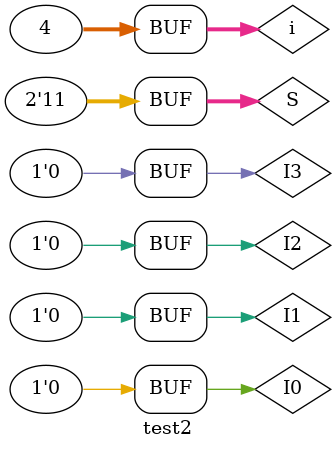
<source format=v>
`timescale 1ns / 1ps
module test2 ();
  integer i;
  reg [1:0] S;
  reg I0, I1, I2, I3;
  wire  O;
  Mux4to1 test2 (
      S,
      I0,
      I1,
      I2,
      I3,
      O
  );
  initial begin
    I0 = 1'b1;
    I1 = 1'b0;
    I2 = 1'b0;
    I3 = 1'b0;
    for (i = 0; i < 4; i = i + 1) begin
      S = i;
      #200;
      {I3,I2,I1,I0}=2*{I3,I2,I1,I0};
      
    end
  end
endmodule
</source>
